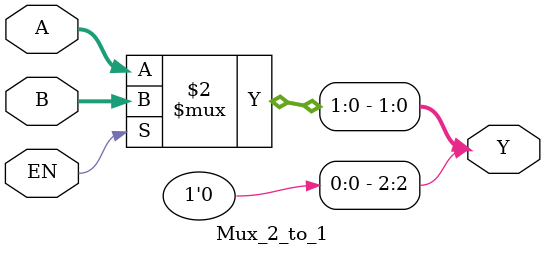
<source format=v>
`timescale 1ns / 1ps
module Mux_2_to_1 (A, B, EN, Y);

	input wire 	[1:0] 	A;
	input wire 	[1:0] 	B;
	input wire 				EN;
	output wire [2:0] 	Y;
	
	assign Y = (EN == 1'b0)? A:B;

endmodule

</source>
